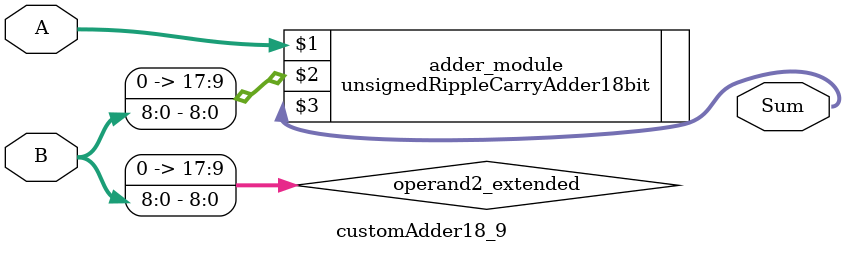
<source format=v>

module customAdder18_9(
                    input [17 : 0] A,
                    input [8 : 0] B,
                    
                    output [18 : 0] Sum
            );

    wire [17 : 0] operand2_extended;
    
    assign operand2_extended =  {9'b0, B};
    
    unsignedRippleCarryAdder18bit adder_module(
        A,
        operand2_extended,
        Sum
    );
    
endmodule
        
</source>
